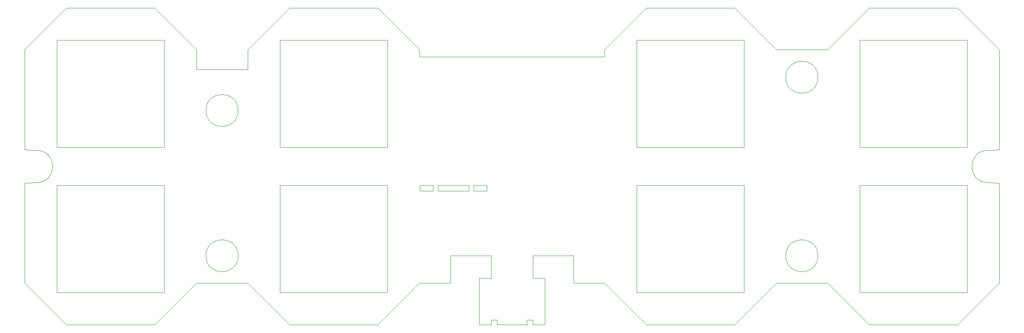
<source format=gbr>
%TF.GenerationSoftware,KiCad,Pcbnew,7.0.1*%
%TF.CreationDate,2023-07-22T19:51:59+09:00*%
%TF.ProjectId,gaming-clock,67616d69-6e67-42d6-936c-6f636b2e6b69,rev?*%
%TF.SameCoordinates,Original*%
%TF.FileFunction,Profile,NP*%
%FSLAX46Y46*%
G04 Gerber Fmt 4.6, Leading zero omitted, Abs format (unit mm)*
G04 Created by KiCad (PCBNEW 7.0.1) date 2023-07-22 19:51:59*
%MOMM*%
%LPD*%
G01*
G04 APERTURE LIST*
%TA.AperFunction,Profile*%
%ADD10C,0.100000*%
%TD*%
G04 APERTURE END LIST*
D10*
X177800000Y-117602000D02*
X175260000Y-117602000D01*
X163830000Y-117602000D02*
X166370000Y-117602000D01*
X162687000Y-97790000D02*
X165481000Y-97790000D01*
X165481000Y-98933000D01*
X162687000Y-98933000D01*
X162687000Y-97790000D01*
X151257000Y-97790000D02*
X154051000Y-97790000D01*
X154051000Y-98933000D01*
X151257000Y-98933000D01*
X151257000Y-97790000D01*
X155067000Y-97790000D02*
X161671000Y-97790000D01*
X161671000Y-98933000D01*
X155067000Y-98933000D01*
X155067000Y-97790000D01*
X167640000Y-127508000D02*
X167640000Y-126492000D01*
X173990000Y-127508000D02*
X167640000Y-127508000D01*
X173990000Y-126492000D02*
X173990000Y-127508000D01*
X175260000Y-126492000D02*
X173990000Y-126492000D01*
X166370000Y-126492000D02*
X167640000Y-126492000D01*
X177800000Y-127508000D02*
X177800000Y-117602000D01*
X163830000Y-127508000D02*
X163830000Y-117602000D01*
X175260000Y-127508000D02*
X177800000Y-127508000D01*
X175260000Y-126492000D02*
X175260000Y-127508000D01*
X166370000Y-127508000D02*
X166370000Y-126492000D01*
X163830000Y-127508000D02*
X166370000Y-127508000D01*
X121412000Y-89662000D02*
X144272000Y-89662000D01*
X67056000Y-118618000D02*
X75946000Y-127508000D01*
X244856000Y-97790000D02*
X267716000Y-97790000D01*
X142240000Y-59944000D02*
X151130000Y-68834000D01*
X267716000Y-120650000D02*
X244856000Y-120650000D01*
X114554000Y-68834000D02*
X114554000Y-73025000D01*
X157734000Y-118618000D02*
X157734000Y-112776000D01*
X69596000Y-97155000D02*
X67056000Y-97282000D01*
X272161000Y-90297000D02*
G75*
G03*
X272161000Y-97155000I0J-3429000D01*
G01*
X220218000Y-120650000D02*
X197358000Y-120650000D01*
X73914000Y-66802000D02*
X73914000Y-89662000D01*
X197358000Y-97790000D02*
X220218000Y-97790000D01*
X151130000Y-70358000D02*
X190500000Y-70358000D01*
X267716000Y-89662000D02*
X244856000Y-89662000D01*
X244856000Y-120650000D02*
X244856000Y-97790000D01*
X121412000Y-97790000D02*
X121412000Y-120650000D01*
X197358000Y-89662000D02*
X197358000Y-66802000D01*
X235966000Y-74676000D02*
G75*
G03*
X235966000Y-74676000I-3429000J0D01*
G01*
X144272000Y-66802000D02*
X121412000Y-66802000D01*
X218186000Y-59944000D02*
X199390000Y-59944000D01*
X237998000Y-68834000D02*
X246888000Y-59944000D01*
X103632000Y-68834000D02*
X103632000Y-73025000D01*
X220218000Y-66802000D02*
X220218000Y-89662000D01*
X246888000Y-127508000D02*
X237998000Y-118618000D01*
X267716000Y-66802000D02*
X267716000Y-89662000D01*
X94742000Y-59944000D02*
X75946000Y-59944000D01*
X267716000Y-97790000D02*
X267716000Y-120650000D01*
X123444000Y-127508000D02*
X114554000Y-118618000D01*
X227076000Y-68834000D02*
X218186000Y-59944000D01*
X69596000Y-90297000D02*
X67056000Y-90170000D01*
X142240000Y-127508000D02*
X123444000Y-127508000D01*
X272161000Y-90297000D02*
X274574000Y-90170000D01*
X114554000Y-118618000D02*
X103632000Y-118618000D01*
X183896000Y-118618000D02*
X183896000Y-112776000D01*
X218186000Y-127508000D02*
X227076000Y-118618000D01*
X190500000Y-118618000D02*
X199390000Y-127508000D01*
X103632000Y-73025000D02*
X114554000Y-73025000D01*
X75946000Y-59944000D02*
X67056000Y-68834000D01*
X244856000Y-89662000D02*
X244856000Y-66802000D01*
X199390000Y-59944000D02*
X190500000Y-68834000D01*
X112522000Y-112776000D02*
G75*
G03*
X112522000Y-112776000I-3429000J0D01*
G01*
X190500000Y-68834000D02*
X190500000Y-70358000D01*
X183896000Y-112776000D02*
X175260000Y-112776000D01*
X67056000Y-68834000D02*
X67056000Y-90170000D01*
X274574000Y-68834000D02*
X274574000Y-90170000D01*
X151130000Y-118618000D02*
X142240000Y-127508000D01*
X151130000Y-68834000D02*
X151130000Y-70358000D01*
X69596000Y-97155000D02*
G75*
G03*
X69596000Y-90297000I0J3429000D01*
G01*
X244856000Y-66802000D02*
X267716000Y-66802000D01*
X96774000Y-66802000D02*
X73914000Y-66802000D01*
X94742000Y-127508000D02*
X103632000Y-118618000D01*
X121412000Y-66802000D02*
X121412000Y-89662000D01*
X274574000Y-118618000D02*
X265684000Y-127508000D01*
X144272000Y-89662000D02*
X144272000Y-66802000D01*
X96774000Y-120650000D02*
X96774000Y-97790000D01*
X175260000Y-112776000D02*
X175260000Y-117602000D01*
X157734000Y-112776000D02*
X166370000Y-112776000D01*
X157734000Y-118618000D02*
X151130000Y-118618000D01*
X123444000Y-59944000D02*
X142240000Y-59944000D01*
X197358000Y-120650000D02*
X197358000Y-97790000D01*
X235966000Y-112776000D02*
G75*
G03*
X235966000Y-112776000I-3429000J0D01*
G01*
X246888000Y-59944000D02*
X265684000Y-59944000D01*
X272161000Y-97155000D02*
X274574000Y-97282000D01*
X220218000Y-97790000D02*
X220218000Y-120650000D01*
X112522000Y-81788000D02*
G75*
G03*
X112522000Y-81788000I-3429000J0D01*
G01*
X114554000Y-68834000D02*
X123444000Y-59944000D01*
X199390000Y-127508000D02*
X218186000Y-127508000D01*
X96774000Y-89662000D02*
X96774000Y-66802000D01*
X166370000Y-112776000D02*
X166370000Y-117602000D01*
X227076000Y-118618000D02*
X237998000Y-118618000D01*
X220218000Y-89662000D02*
X197358000Y-89662000D01*
X103632000Y-68834000D02*
X94742000Y-59944000D01*
X265684000Y-59944000D02*
X274574000Y-68834000D01*
X73914000Y-120650000D02*
X96774000Y-120650000D01*
X73914000Y-89662000D02*
X96774000Y-89662000D01*
X96774000Y-97790000D02*
X73914000Y-97790000D01*
X190500000Y-118618000D02*
X183896000Y-118618000D01*
X121412000Y-120650000D02*
X144272000Y-120650000D01*
X67056000Y-97282000D02*
X67056000Y-118618000D01*
X75946000Y-127508000D02*
X94742000Y-127508000D01*
X144272000Y-120650000D02*
X144272000Y-97790000D01*
X144272000Y-97790000D02*
X121412000Y-97790000D01*
X73914000Y-97790000D02*
X73914000Y-120650000D01*
X227076000Y-68834000D02*
X237998000Y-68834000D01*
X265684000Y-127508000D02*
X246888000Y-127508000D01*
X274574000Y-97282000D02*
X274574000Y-118618000D01*
X197358000Y-66802000D02*
X220218000Y-66802000D01*
M02*

</source>
